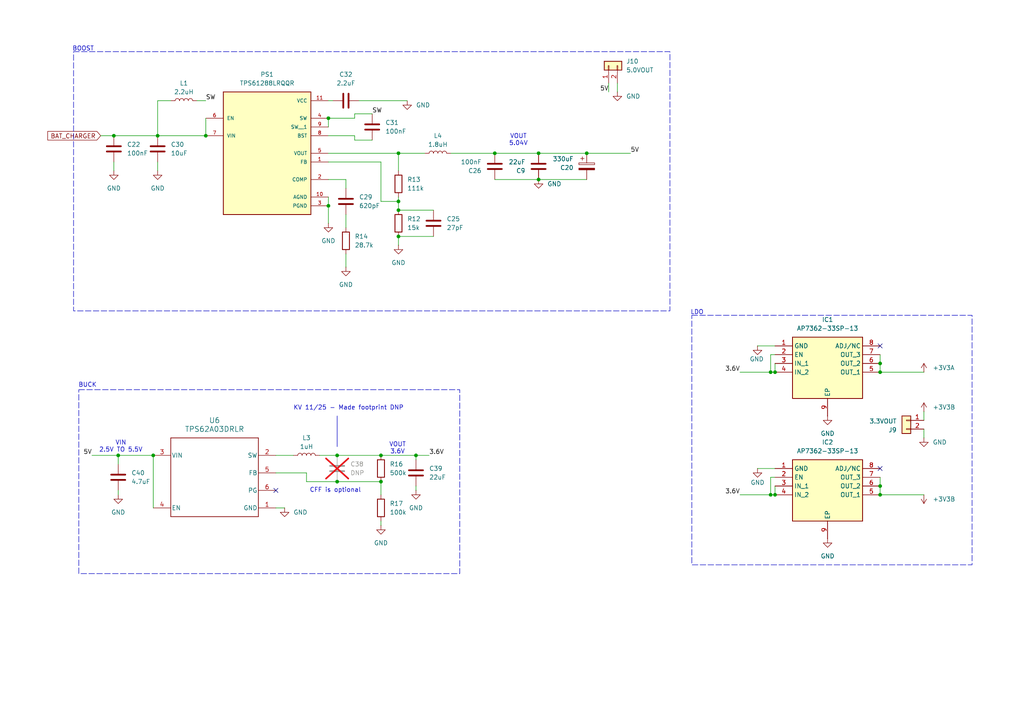
<source format=kicad_sch>
(kicad_sch (version 20250114) (generator "eeschema") (generator_version "9.0")
  (paper "A4")
  (lib_symbols
    (symbol "Connector_Generic:Conn_01x02" (pin_names (offset 1.016) (hide yes))
      (property "Reference" "J" (at 0 2.54 0))
      (property "Value" "Conn_01x02" (at 0 -5.08 0))
      (symbol "Conn_01x02_1_1"
        (rectangle (start -1.27 1.27) (end 1.27 -3.81) (stroke (width 0.254)) (fill (type background)))
        (rectangle (start -1.27 0.127) (end 0 -0.127) (stroke (width 0.1524)))
        (rectangle (start -1.27 -2.413) (end 0 -2.667) (stroke (width 0.1524)))
        (pin passive line (at -5.08 0 0) (length 3.81) (name "Pin_1") (number "1"))
        (pin passive line (at -5.08 -2.54 0) (length 3.81) (name "Pin_2") (number "2"))
      )
    )
    (symbol "Device:C" (pin_numbers (hide yes)) (pin_names (offset 0.254))
      (property "Reference" "C" (at 0.635 2.54 0))
      (property "Value" "C" (at 0.635 -2.54 0))
      (symbol "C_0_1"
        (polyline (pts (xy -2.032 0.762) (xy 2.032 0.762)) (stroke (width 0.508)))
        (polyline (pts (xy -2.032 -0.762) (xy 2.032 -0.762)) (stroke (width 0.508)))
      )
      (symbol "C_1_1"
        (pin passive line (at 0 3.81 270) (length 2.794) (name "~") (number "1"))
        (pin passive line (at 0 -3.81 90) (length 2.794) (name "~") (number "2"))
      )
    )
    (symbol "Device:C_Polarized" (pin_numbers (hide yes)) (pin_names (offset 0.254))
      (property "Reference" "C" (at 0.635 2.54 0))
      (property "Value" "C_Polarized" (at 0.635 -2.54 0))
      (symbol "C_Polarized_0_1"
        (rectangle (start -2.286 0.508) (end 2.286 1.016))
        (polyline (pts (xy -1.778 2.286) (xy -0.762 2.286)))
        (polyline (pts (xy -1.27 2.794) (xy -1.27 1.778)))
        (rectangle (start 2.286 -0.508) (end -2.286 -1.016) (fill (type outline)))
      )
      (symbol "C_Polarized_1_1"
        (pin passive line (at 0 3.81 270) (length 2.794) (name "~") (number "1"))
        (pin passive line (at 0 -3.81 90) (length 2.794) (name "~") (number "2"))
      )
    )
    (symbol "Device:L" (pin_numbers (hide yes)) (pin_names (offset 1.016) (hide yes))
      (property "Reference" "L" (at -1.27 0 90))
      (property "Value" "L" (at 1.905 0 90))
      (symbol "L_0_1"
        (arc (start 0 2.54) (mid 0.6323 1.905) (end 0 1.27))
        (arc (start 0 1.27) (mid 0.6323 0.635) (end 0 0))
        (arc (start 0 0) (mid 0.6323 -0.635) (end 0 -1.27))
        (arc (start 0 -1.27) (mid 0.6323 -1.905) (end 0 -2.54))
      )
      (symbol "L_1_1"
        (pin passive line (at 0 3.81 270) (length 1.27) (name "1") (number "1"))
        (pin passive line (at 0 -3.81 90) (length 1.27) (name "2") (number "2"))
      )
    )
    (symbol "Device:R" (pin_numbers (hide yes)) (pin_names (offset 0))
      (property "Reference" "R" (at 2.032 0 90))
      (property "Value" "R" (at 0 0 90))
      (symbol "R_0_1"
        (rectangle (start -1.016 -2.54) (end 1.016 2.54) (stroke (width 0.254)))
      )
      (symbol "R_1_1"
        (pin passive line (at 0 3.81 270) (length 1.27) (name "~") (number "1"))
        (pin passive line (at 0 -3.81 90) (length 1.27) (name "~") (number "2"))
      )
    )
    (symbol "SRAD-Avionics:AP7362-33SP-13"
      (property "Reference" "IC" (at 26.67 7.62 0))
      (property "Value" "AP7362-33SP-13" (at 26.67 5.08 0))
      (symbol "AP7362-33SP-13_1_1"
        (rectangle (start 5.08 2.54) (end 25.4 -15.24) (stroke (width 0.254)) (fill (type background)))
        (pin passive line (at 0 0 0) (length 5.08) (name "GND") (number "1"))
        (pin passive line (at 0 -2.54 0) (length 5.08) (name "EN") (number "2"))
        (pin passive line (at 0 -5.08 0) (length 5.08) (name "IN_1") (number "3"))
        (pin passive line (at 0 -7.62 0) (length 5.08) (name "IN_2") (number "4"))
        (pin passive line (at 15.24 -20.32 90) (length 5.08) (name "EP") (number "9"))
        (pin passive line (at 30.48 0 180) (length 5.08) (name "ADJ/NC") (number "8"))
        (pin passive line (at 30.48 -2.54 180) (length 5.08) (name "OUT_3") (number "7"))
        (pin passive line (at 30.48 -5.08 180) (length 5.08) (name "OUT_2") (number "6"))
        (pin passive line (at 30.48 -7.62 180) (length 5.08) (name "OUT_1") (number "5"))
      )
    )
    (symbol "SRAD-Avionics:TPS61288LRQQR" (pin_names (offset 1.016))
      (property "Reference" "PS" (at -12.7 18.288 0))
      (property "Value" "TPS61288LRQQR" (at -12.7 -20.32 0))
      (symbol "TPS61288LRQQR_0_0"
        (rectangle (start -12.7 -17.78) (end 12.7 17.78) (stroke (width 0.254)) (fill (type background)))
        (pin input line (at -17.78 10.16 0) (length 5.08) (name "EN") (number "6"))
        (pin input line (at -17.78 5.08 0) (length 5.08) (name "VIN") (number "7"))
        (pin power_in line (at 17.78 15.24 180) (length 5.08) (name "VCC") (number "11"))
        (pin output line (at 17.78 10.16 180) (length 5.08) (name "SW") (number "4"))
        (pin output line (at 17.78 7.62 180) (length 5.08) (name "SW__1") (number "9"))
        (pin output line (at 17.78 5.08 180) (length 5.08) (name "BST") (number "8"))
        (pin output line (at 17.78 0 180) (length 5.08) (name "VOUT") (number "5"))
        (pin input line (at 17.78 -2.54 180) (length 5.08) (name "FB") (number "1"))
        (pin output line (at 17.78 -7.62 180) (length 5.08) (name "COMP") (number "2"))
        (pin power_in line (at 17.78 -12.7 180) (length 5.08) (name "AGND") (number "10"))
        (pin power_in line (at 17.78 -15.24 180) (length 5.08) (name "PGND") (number "3"))
      )
    )
    (symbol "SRAD-Avionics:TPS62A03DRLR" (pin_names (offset 0.254))
      (property "Reference" "U" (at 0 2.54 0))
      (property "Value" "TPS62A03DRLR" (at 0 0 0))
      (symbol "TPS62A03DRLR_0_1"
        (polyline (pts (xy 5.08 5.08) (xy 5.08 -17.78)) (stroke (width 0.2032)))
        (polyline (pts (xy 5.08 -17.78) (xy 30.48 -17.78)) (stroke (width 0.2032)))
        (polyline (pts (xy 30.48 5.08) (xy 5.08 5.08)) (stroke (width 0.2032)))
        (polyline (pts (xy 30.48 -17.78) (xy 30.48 5.08)) (stroke (width 0.2032)))
        (pin power_in line (at 0 0 0) (length 5.08) (name "VIN") (number "3"))
        (pin input line (at 0 -15.24 0) (length 5.08) (name "EN") (number "4"))
        (pin unspecified line (at 35.56 0 180) (length 5.08) (name "SW") (number "2"))
        (pin unspecified line (at 35.56 -5.08 180) (length 5.08) (name "FB") (number "5"))
        (pin open_collector line (at 35.56 -10.16 180) (length 5.08) (name "PG") (number "6"))
        (pin power_in line (at 35.56 -15.24 180) (length 5.08) (name "GND") (number "1"))
      )
    )
    (symbol "power:+3V3" (power) (pin_numbers (hide yes)) (pin_names (offset 0) (hide yes))
      (property "Value" "+3V3" (at 0 3.556 0))
      (symbol "+3V3_0_1"
        (polyline (pts (xy -0.762 1.27) (xy 0 2.54)))
        (polyline (pts (xy 0 2.54) (xy 0.762 1.27)))
        (polyline (pts (xy 0 0) (xy 0 2.54)))
      )
      (symbol "+3V3_1_1"
        (pin power_in line (at 0 0 90) (length 0) (name "~") (number "1"))
      )
    )
    (symbol "power:GND" (power) (pin_numbers (hide yes)) (pin_names (offset 0) (hide yes))
      (property "Value" "GND" (at 0 -3.81 0))
      (symbol "GND_0_1"
        (polyline (pts (xy 0 0) (xy 0 -1.27) (xy 1.27 -1.27) (xy 0 -2.54) (xy -1.27 -1.27) (xy 0 -1.27)))
      )
      (symbol "GND_1_1"
        (pin power_in line (at 0 0 270) (length 0) (name "~") (number "1"))
      )
    )
  )
  (rectangle (start 22.86 113.03) (end 133.35 166.37) (stroke (width 0) (type dash)))
  (rectangle (start 97.79 120.65) (end 97.79 129.54))
  (rectangle (start 200.66 91.44) (end 281.94 163.83) (stroke (width 0) (type dash)))
  (rectangle (start 21.336 14.986) (end 194.31 90.17) (stroke (width 0) (type dash)))
  (text "VIN\n2.5V TO 5.5V" (at 35.052 129.54 0) (effects (font (size 1.27 1.27))))
  (text "BUCK" (at 25.4 111.76 0) (effects (font (size 1.27 1.27))))
  (text "VOUT\n3.6V" (at 115.316 130.048 0) (effects (font (size 1.27 1.27))))
  (text "CFF is optional" (at 97.282 142.24 0) (effects (font (size 1.27 1.27))))
  (text "VOUT\n5.04V" (at 150.368 40.64 0) (effects (font (size 1.27 1.27))))
  (text "BOOST" (at 24.13 14.224 0) (effects (font (size 1.27 1.27))))
  (text "LDO" (at 202.184 90.678 0) (effects (font (size 1.27 1.27))))
  (text "KV 11/25 - Made footprint DNP\n" (at 101.092 118.364 0) (effects (font (size 1.27 1.27))))
  (junction (at 143.51 44.45))
  (junction (at 224.79 143.51))
  (junction (at 110.49 139.7))
  (junction (at 115.57 68.58))
  (junction (at 110.49 132.08))
  (junction (at 115.57 58.42))
  (junction (at 223.52 107.95))
  (junction (at 97.79 139.7))
  (junction (at 156.21 44.45))
  (junction (at 95.25 34.29))
  (junction (at 223.52 143.51))
  (junction (at 44.45 132.08))
  (junction (at 255.27 107.95))
  (junction (at 95.25 59.69))
  (junction (at 45.72 39.37))
  (junction (at 170.18 44.45))
  (junction (at 34.29 132.08))
  (junction (at 156.21 52.07))
  (junction (at 255.27 140.97))
  (junction (at 120.65 132.08))
  (junction (at 255.27 143.51))
  (junction (at 97.79 132.08))
  (junction (at 115.57 60.96))
  (junction (at 224.79 107.95))
  (junction (at 59.69 39.37))
  (junction (at 33.02 39.37))
  (junction (at 115.57 44.45))
  (junction (at 255.27 105.41))
  (no_connect (at 255.27 135.89))
  (no_connect (at 255.27 100.33))
  (no_connect (at 80.01 142.24))
  (wire (pts (xy 110.49 58.42) (xy 115.57 58.42)))
  (wire (pts (xy 57.15 29.21) (xy 59.69 29.21)))
  (wire (pts (xy 45.72 29.21) (xy 49.53 29.21)))
  (wire (pts (xy 120.65 140.97) (xy 120.65 142.24)))
  (wire (pts (xy 110.49 139.7) (xy 110.49 143.51)))
  (wire (pts (xy 33.02 39.37) (xy 45.72 39.37)))
  (wire (pts (xy 26.67 132.08) (xy 34.29 132.08)))
  (wire (pts (xy 34.29 142.24) (xy 34.29 143.51)))
  (wire (pts (xy 97.79 132.08) (xy 92.71 132.08)))
  (wire (pts (xy 219.71 100.33) (xy 224.79 100.33)))
  (wire (pts (xy 224.79 138.43) (xy 223.52 138.43)))
  (wire (pts (xy 95.25 44.45) (xy 115.57 44.45)))
  (wire (pts (xy 115.57 44.45) (xy 115.57 49.53)))
  (wire (pts (xy 29.21 39.37) (xy 33.02 39.37)))
  (wire (pts (xy 255.27 138.43) (xy 255.27 140.97)))
  (wire (pts (xy 115.57 68.58) (xy 125.73 68.58)))
  (wire (pts (xy 102.87 33.02) (xy 107.95 33.02)))
  (wire (pts (xy 110.49 151.13) (xy 110.49 152.4)))
  (wire (pts (xy 100.33 52.07) (xy 100.33 54.61)))
  (wire (pts (xy 223.52 143.51) (xy 224.79 143.51)))
  (wire (pts (xy 110.49 132.08) (xy 120.65 132.08)))
  (wire (pts (xy 88.9 137.16) (xy 88.9 139.7)))
  (wire (pts (xy 214.63 143.51) (xy 223.52 143.51)))
  (wire (pts (xy 214.63 107.95) (xy 223.52 107.95)))
  (wire (pts (xy 44.45 132.08) (xy 44.45 147.32)))
  (wire (pts (xy 45.72 39.37) (xy 59.69 39.37)))
  (wire (pts (xy 179.07 24.13) (xy 179.07 26.67)))
  (wire (pts (xy 156.21 52.07) (xy 170.18 52.07)))
  (wire (pts (xy 115.57 60.96) (xy 125.73 60.96)))
  (wire (pts (xy 176.53 26.67) (xy 176.53 24.13)))
  (wire (pts (xy 223.52 102.87) (xy 223.52 107.95)))
  (wire (pts (xy 100.33 66.04) (xy 100.33 62.23)))
  (wire (pts (xy 115.57 68.58) (xy 115.57 71.12)))
  (wire (pts (xy 255.27 102.87) (xy 255.27 105.41)))
  (wire (pts (xy 255.27 105.41) (xy 255.27 107.95)))
  (wire (pts (xy 95.25 34.29) (xy 95.25 36.83)))
  (wire (pts (xy 34.29 132.08) (xy 34.29 134.62)))
  (wire (pts (xy 34.29 132.08) (xy 44.45 132.08)))
  (wire (pts (xy 97.79 132.08) (xy 110.49 132.08)))
  (wire (pts (xy 95.25 29.21) (xy 96.52 29.21)))
  (wire (pts (xy 95.25 46.99) (xy 110.49 46.99)))
  (wire (pts (xy 255.27 143.51) (xy 267.97 143.51)))
  (wire (pts (xy 80.01 147.32) (xy 82.55 147.32)))
  (wire (pts (xy 267.97 119.38) (xy 267.97 121.92)))
  (wire (pts (xy 120.65 133.35) (xy 120.65 132.08)))
  (wire (pts (xy 255.27 107.95) (xy 267.97 107.95)))
  (wire (pts (xy 170.18 44.45) (xy 182.88 44.45)))
  (wire (pts (xy 115.57 44.45) (xy 123.19 44.45)))
  (wire (pts (xy 102.87 39.37) (xy 102.87 40.64)))
  (wire (pts (xy 224.79 102.87) (xy 223.52 102.87)))
  (wire (pts (xy 120.65 132.08) (xy 124.46 132.08)))
  (wire (pts (xy 95.25 52.07) (xy 100.33 52.07)))
  (wire (pts (xy 80.01 132.08) (xy 85.09 132.08)))
  (wire (pts (xy 104.14 29.21) (xy 118.11 29.21)))
  (wire (pts (xy 95.25 34.29) (xy 102.87 34.29)))
  (wire (pts (xy 102.87 40.64) (xy 107.95 40.64)))
  (wire (pts (xy 95.25 57.15) (xy 95.25 59.69)))
  (wire (pts (xy 223.52 138.43) (xy 223.52 143.51)))
  (wire (pts (xy 224.79 105.41) (xy 224.79 107.95)))
  (wire (pts (xy 255.27 140.97) (xy 255.27 143.51)))
  (wire (pts (xy 219.71 135.89) (xy 224.79 135.89)))
  (wire (pts (xy 223.52 107.95) (xy 224.79 107.95)))
  (wire (pts (xy 115.57 58.42) (xy 115.57 60.96)))
  (wire (pts (xy 95.25 59.69) (xy 95.25 64.77)))
  (wire (pts (xy 267.97 124.46) (xy 267.97 127)))
  (wire (pts (xy 115.57 58.42) (xy 115.57 57.15)))
  (wire (pts (xy 100.33 73.66) (xy 100.33 77.47)))
  (wire (pts (xy 143.51 52.07) (xy 156.21 52.07)))
  (wire (pts (xy 59.69 34.29) (xy 59.69 39.37)))
  (wire (pts (xy 110.49 46.99) (xy 110.49 58.42)))
  (wire (pts (xy 45.72 29.21) (xy 45.72 39.37)))
  (wire (pts (xy 156.21 44.45) (xy 170.18 44.45)))
  (wire (pts (xy 33.02 46.99) (xy 33.02 49.53)))
  (wire (pts (xy 97.79 139.7) (xy 110.49 139.7)))
  (wire (pts (xy 88.9 139.7) (xy 97.79 139.7)))
  (wire (pts (xy 130.81 44.45) (xy 143.51 44.45)))
  (wire (pts (xy 80.01 137.16) (xy 88.9 137.16)))
  (wire (pts (xy 102.87 34.29) (xy 102.87 33.02)))
  (wire (pts (xy 95.25 39.37) (xy 102.87 39.37)))
  (wire (pts (xy 224.79 140.97) (xy 224.79 143.51)))
  (wire (pts (xy 143.51 44.45) (xy 156.21 44.45)))
  (wire (pts (xy 45.72 46.99) (xy 45.72 49.53)))
  (label "5V" (at 176.53 26.67 180))
  (label "SW" (at 107.95 33.02 0))
  (label "3.6V" (at 214.63 107.95 180))
  (label "3.6V" (at 214.63 143.51 180))
  (label "SW" (at 59.69 29.21 0))
  (label "5V" (at 182.88 44.45 0))
  (label "5V" (at 26.67 132.08 180))
  (label "3.6V" (at 124.46 132.08 0))
  (global_label "BAT_CHARGER" (shape input) (at 29.21 39.37 180) (property "Intersheetrefs" "${INTERSHEET_REFS}" (effects (hide yes))))
  (symbol (lib_id "power:GND") (at 219.71 100.33 0) (unit 1)
    (property "Reference" "#PWR054" (effects (hide yes)))
    (property "Value" "GND" (at 217.424 104.1399 0) (effects (justify left)))
    (property "Description" "Power symbol creates a global label with name \"GND\" , ground" (effects (hide yes)))
  )
  (symbol (lib_id "Device:C") (at 120.65 137.16 0) (unit 1)
    (property "Reference" "C39" (at 124.46 135.8899 0) (effects (justify left)))
    (property "Value" "22uF" (at 124.46 138.4299 0) (effects (justify left)))
    (property "Footprint" "Capacitor_SMD:C_0603_1608Metric_Pad1.08x0.95mm_HandSolder" (effects (hide yes)))
    (property "Description" "Unpolarized capacitor" (effects (hide yes)))
  )
  (symbol (lib_id "Device:R") (at 100.33 69.85 0) (unit 1)
    (property "Reference" "R14" (at 102.87 68.5799 0) (effects (justify left)))
    (property "Value" "28.7k" (at 102.87 71.1199 0) (effects (justify left)))
    (property "Footprint" "Resistor_SMD:R_0603_1608Metric_Pad0.98x0.95mm_HandSolder" (effects (hide yes)))
    (property "Description" "Resistor" (effects (hide yes)))
  )
  (symbol (lib_id "Device:L") (at 127 44.45 90) (unit 1)
    (property "Reference" "L4" (at 127 39.37 90))
    (property "Value" "1.8uH" (at 127 41.91 90))
    (property "Footprint" "Inductor_SMD:L_0805_2012Metric_Pad1.05x1.20mm_HandSolder" (effects (hide yes)))
    (property "Description" "Inductor" (effects (hide yes)))
  )
  (symbol (lib_id "Device:C") (at 100.33 29.21 90) (unit 1)
    (property "Reference" "C32" (at 100.33 21.59 90))
    (property "Value" "2.2uF" (at 100.33 24.13 90))
    (property "Footprint" "Capacitor_SMD:C_0603_1608Metric_Pad1.08x0.95mm_HandSolder" (effects (hide yes)))
    (property "Description" "Unpolarized capacitor" (effects (hide yes)))
  )
  (symbol (lib_id "power:GND") (at 95.25 64.77 0) (unit 1)
    (property "Reference" "#PWR059" (effects (hide yes)))
    (property "Value" "GND" (at 95.25 69.85 0))
    (property "Description" "Power symbol creates a global label with name \"GND\" , ground" (effects (hide yes)))
  )
  (symbol (lib_id "Device:C_Polarized") (at 170.18 48.26 0) (unit 1)
    (property "Reference" "C20" (at 166.37 48.6411 0) (effects (justify right)))
    (property "Value" "330uF" (at 166.37 46.1011 0) (effects (justify right)))
    (property "Footprint" "Capacitor_SMD:C_1210_3225Metric_Pad1.33x2.70mm_HandSolder" (effects (hide yes)))
    (property "Description" "Polarized capacitor" (effects (hide yes)))
  )
  (symbol (lib_id "SRAD-Avionics:AP7362-33SP-13") (at 224.79 135.89 0) (unit 1)
    (property "Reference" "IC2" (at 240.03 128.27 0))
    (property "Value" "AP7362-33SP-13" (at 240.03 130.81 0))
    (property "Footprint" "Package_SO:Diodes_SO-8EP" (effects (hide yes)))
    (property "Datasheet" "https://www.diodes.com//assets/Datasheets/AP7362.pdf" (effects (hide yes)))
    (property "Description" "LDO Voltage Regulators LDO CMOS HiCurr SO-8 1.5A LowQ Adj 190mV" (effects (hide yes)))
    (property "Height" "1.5" (effects (hide yes)))
    (property "Mouser Part Number" "621-AP7362-33SP-13" (effects (hide yes)))
    (property "Mouser Price/Stock" "https://www.mouser.co.uk/ProductDetail/Diodes-Incorporated/AP7362-33SP-13?qs=KKV7F4CK8NmzeNAjtGP7xA%3D%3D" (effects (hide yes)))
    (property "Manufacturer_Name" "Diodes Incorporated" (effects (hide yes)))
    (property "Manufacturer_Part_Number" "AP7362-33SP-13" (effects (hide yes)))
  )
  (symbol (lib_id "Device:C") (at 33.02 43.18 0) (unit 1)
    (property "Reference" "C22" (at 36.83 41.9099 0) (effects (justify left)))
    (property "Value" "100nF" (at 36.83 44.4499 0) (effects (justify left)))
    (property "Footprint" "Capacitor_SMD:C_0603_1608Metric_Pad1.08x0.95mm_HandSolder" (effects (hide yes)))
    (property "Description" "Unpolarized capacitor" (effects (hide yes)))
  )
  (symbol (lib_id "power:+3V3") (at 267.97 143.51 180) (unit 1)
    (property "Reference" "#PWR079" (effects (hide yes)))
    (property "Value" "+3V3B" (at 270.51 144.7799 0) (effects (justify right)))
    (property "Description" "Power symbol creates a global label with name \"+3V3\"" (effects (hide yes)))
  )
  (symbol (lib_id "power:GND") (at 179.07 26.67 0) (unit 1)
    (property "Reference" "#PWR082" (effects (hide yes)))
    (property "Value" "GND" (at 181.61 27.9399 0) (effects (justify left)))
    (property "Description" "Power symbol creates a global label with name \"GND\" , ground" (effects (hide yes)))
  )
  (symbol (lib_id "SRAD-Avionics:AP7362-33SP-13") (at 224.79 100.33 0) (unit 1)
    (property "Reference" "IC1" (at 240.03 92.71 0))
    (property "Value" "AP7362-33SP-13" (at 240.03 95.25 0))
    (property "Footprint" "Package_SO:Diodes_SO-8EP" (effects (hide yes)))
    (property "Datasheet" "https://www.diodes.com//assets/Datasheets/AP7362.pdf" (effects (hide yes)))
    (property "Description" "LDO Voltage Regulators LDO CMOS HiCurr SO-8 1.5A LowQ Adj 190mV" (effects (hide yes)))
    (property "Height" "1.5" (effects (hide yes)))
    (property "Mouser Part Number" "621-AP7362-33SP-13" (effects (hide yes)))
    (property "Mouser Price/Stock" "https://www.mouser.co.uk/ProductDetail/Diodes-Incorporated/AP7362-33SP-13?qs=KKV7F4CK8NmzeNAjtGP7xA%3D%3D" (effects (hide yes)))
    (property "Manufacturer_Name" "Diodes Incorporated" (effects (hide yes)))
    (property "Manufacturer_Part_Number" "AP7362-33SP-13" (effects (hide yes)))
  )
  (symbol (lib_id "Device:R") (at 110.49 135.89 0) (unit 1)
    (property "Reference" "R16" (at 113.03 134.6199 0) (effects (justify left)))
    (property "Value" "500k" (at 113.03 137.1599 0) (effects (justify left)))
    (property "Footprint" "Resistor_SMD:R_0603_1608Metric_Pad0.98x0.95mm_HandSolder" (effects (hide yes)))
    (property "Description" "Resistor" (effects (hide yes)))
  )
  (symbol (lib_id "power:GND") (at 240.03 120.65 0) (unit 1)
    (property "Reference" "#PWR055" (effects (hide yes)))
    (property "Value" "GND" (at 240.03 125.73 0))
    (property "Description" "Power symbol creates a global label with name \"GND\" , ground" (effects (hide yes)))
  )
  (symbol (lib_id "power:GND") (at 219.71 135.89 0) (unit 1)
    (property "Reference" "#PWR056" (effects (hide yes)))
    (property "Value" "GND" (at 217.678 139.9539 0) (effects (justify left)))
    (property "Description" "Power symbol creates a global label with name \"GND\" , ground" (effects (hide yes)))
  )
  (symbol (lib_id "Device:R") (at 115.57 53.34 0) (unit 1)
    (property "Reference" "R13" (at 118.11 52.0699 0) (effects (justify left)))
    (property "Value" "111k" (at 118.11 54.6099 0) (effects (justify left)))
    (property "Footprint" "Resistor_SMD:R_0603_1608Metric_Pad0.98x0.95mm_HandSolder" (effects (hide yes)))
    (property "Description" "Resistor" (effects (hide yes)))
  )
  (symbol (lib_id "Device:C") (at 97.79 135.89 0) (unit 1) (dnp yes)
    (property "Reference" "C38" (at 101.6 134.6199 0) (effects (justify left)))
    (property "Value" "DNP" (at 101.6 137.1599 0) (effects (justify left)))
    (property "Description" "Unpolarized capacitor" (effects (hide yes)))
  )
  (symbol (lib_id "Device:C") (at 156.21 48.26 180) (unit 1)
    (property "Reference" "C9" (at 152.4 49.5301 0) (effects (justify left)))
    (property "Value" "22uF" (at 152.4 46.9901 0) (effects (justify left)))
    (property "Footprint" "Capacitor_SMD:C_0603_1608Metric_Pad1.08x0.95mm_HandSolder" (effects (hide yes)))
    (property "Description" "Unpolarized capacitor" (effects (hide yes)))
  )
  (symbol (lib_id "power:GND") (at 45.72 49.53 0) (unit 1)
    (property "Reference" "#PWR060" (effects (hide yes)))
    (property "Value" "GND" (at 45.72 54.61 0))
    (property "Description" "Power symbol creates a global label with name \"GND\" , ground" (effects (hide yes)))
  )
  (symbol (lib_id "Device:R") (at 115.57 64.77 0) (unit 1)
    (property "Reference" "R12" (at 118.11 63.4999 0) (effects (justify left)))
    (property "Value" "15k" (at 118.11 66.0399 0) (effects (justify left)))
    (property "Footprint" "Resistor_SMD:R_0603_1608Metric_Pad0.98x0.95mm_HandSolder" (effects (hide yes)))
    (property "Description" "Resistor" (effects (hide yes)))
  )
  (symbol (lib_id "Connector_Generic:Conn_01x02") (at 262.89 121.92 0) (mirror y) (unit 1)
    (property "Reference" "J9" (at 260.0959 124.714 0) (effects (justify left)))
    (property "Value" "3.3VOUT" (at 260.0959 122.174 0) (effects (justify left)))
    (property "Footprint" "Connector_JST:JST_XH_B2B-XH-A_1x02_P2.50mm_Vertical" (effects (hide yes)))
    (property "Description" "Generic connector, single row, 01x02, script generated (kicad-library-utils/schlib/autogen/connector/)" (effects (hide yes)))
  )
  (symbol (lib_id "Device:L") (at 53.34 29.21 90) (unit 1)
    (property "Reference" "L1" (at 53.34 24.13 90))
    (property "Value" "2.2uH" (at 53.34 26.67 90))
    (property "Footprint" "Inductor_SMD:L_0805_2012Metric_Pad1.05x1.20mm_HandSolder" (effects (hide yes)))
    (property "Description" "Inductor" (effects (hide yes)))
  )
  (symbol (lib_id "power:GND") (at 115.57 71.12 0) (unit 1)
    (property "Reference" "#PWR057" (effects (hide yes)))
    (property "Value" "GND" (at 115.57 76.2 0))
    (property "Description" "Power symbol creates a global label with name \"GND\" , ground" (effects (hide yes)))
  )
  (symbol (lib_id "power:GND") (at 110.49 152.4 0) (unit 1)
    (property "Reference" "#PWR09" (effects (hide yes)))
    (property "Value" "GND" (at 110.49 157.48 0))
    (property "Description" "Power symbol creates a global label with name \"GND\" , ground" (effects (hide yes)))
  )
  (symbol (lib_id "Device:C") (at 125.73 64.77 0) (unit 1)
    (property "Reference" "C25" (at 129.54 63.4999 0) (effects (justify left)))
    (property "Value" "27pF" (at 129.54 66.0399 0) (effects (justify left)))
    (property "Footprint" "Capacitor_SMD:C_0603_1608Metric_Pad1.08x0.95mm_HandSolder" (effects (hide yes)))
    (property "Description" "Unpolarized capacitor" (effects (hide yes)))
  )
  (symbol (lib_id "SRAD-Avionics:TPS61288LRQQR") (at 77.47 44.45 0) (unit 1)
    (property "Reference" "PS1" (at 77.47 21.59 0))
    (property "Value" "TPS61288LRQQR" (at 77.47 24.13 0))
    (property "Footprint" "Package_DFN_QFN:Texas_VQFN-HR-20_3x2.5mm_P0.5mm_RQQ0011A" (effects (hide yes)))
    (property "PARTREV" "C" (effects (hide yes)))
    (property "STANDARD" "Manufacturer Recommendations" (effects (hide yes)))
    (property "SNAPEDA_PACKAGE_ID" "121210" (effects (hide yes)))
    (property "MAXIMUM_PACKAGE_HEIGHT" "1 mm" (effects (hide yes)))
    (property "MANUFACTURER" "Texas Instruments" (effects (hide yes)))
  )
  (symbol (lib_id "Device:L") (at 88.9 132.08 90) (unit 1)
    (property "Reference" "L3" (at 88.9 127 90))
    (property "Value" "1uH" (at 88.9 129.54 90))
    (property "Footprint" "Inductor_SMD:L_0805_2012Metric_Pad1.05x1.20mm_HandSolder" (effects (hide yes)))
    (property "Description" "Inductor" (effects (hide yes)))
  )
  (symbol (lib_id "Device:C") (at 34.29 138.43 0) (unit 1)
    (property "Reference" "C40" (at 38.1 137.1599 0) (effects (justify left)))
    (property "Value" "4.7uF" (at 38.1 139.6999 0) (effects (justify left)))
    (property "Footprint" "Capacitor_SMD:C_0603_1608Metric_Pad1.08x0.95mm_HandSolder" (effects (hide yes)))
    (property "Description" "Unpolarized capacitor" (effects (hide yes)))
  )
  (symbol (lib_id "power:GND") (at 82.55 147.32 0) (unit 1)
    (property "Reference" "#PWR072" (effects (hide yes)))
    (property "Value" "GND" (at 85.09 148.5899 0) (effects (justify left)))
    (property "Description" "Power symbol creates a global label with name \"GND\" , ground" (effects (hide yes)))
  )
  (symbol (lib_id "Device:R") (at 110.49 147.32 0) (unit 1)
    (property "Reference" "R17" (at 113.03 146.0499 0) (effects (justify left)))
    (property "Value" "100k" (at 113.03 148.5899 0) (effects (justify left)))
    (property "Footprint" "Resistor_SMD:R_0603_1608Metric_Pad0.98x0.95mm_HandSolder" (effects (hide yes)))
    (property "Description" "Resistor" (effects (hide yes)))
  )
  (symbol (lib_id "Device:C") (at 45.72 43.18 0) (unit 1)
    (property "Reference" "C30" (at 49.53 41.9099 0) (effects (justify left)))
    (property "Value" "10uF" (at 49.53 44.4499 0) (effects (justify left)))
    (property "Footprint" "Capacitor_SMD:C_0603_1608Metric_Pad1.08x0.95mm_HandSolder" (effects (hide yes)))
    (property "Description" "Unpolarized capacitor" (effects (hide yes)))
  )
  (symbol (lib_id "Device:C") (at 143.51 48.26 180) (unit 1)
    (property "Reference" "C26" (at 139.7 49.5301 0) (effects (justify left)))
    (property "Value" "100nF" (at 139.7 46.9901 0) (effects (justify left)))
    (property "Footprint" "Capacitor_SMD:C_0603_1608Metric_Pad1.08x0.95mm_HandSolder" (effects (hide yes)))
    (property "Description" "Unpolarized capacitor" (effects (hide yes)))
  )
  (symbol (lib_id "power:GND") (at 267.97 127 0) (unit 1)
    (property "Reference" "#PWR081" (effects (hide yes)))
    (property "Value" "GND" (at 270.51 128.2699 0) (effects (justify left)))
    (property "Description" "Power symbol creates a global label with name \"GND\" , ground" (effects (hide yes)))
  )
  (symbol (lib_id "power:GND") (at 240.03 156.21 0) (unit 1)
    (property "Reference" "#PWR078" (effects (hide yes)))
    (property "Value" "GND" (at 240.03 161.29 0))
    (property "Description" "Power symbol creates a global label with name \"GND\" , ground" (effects (hide yes)))
  )
  (symbol (lib_id "power:GND") (at 120.65 142.24 0) (unit 1)
    (property "Reference" "#PWR074" (effects (hide yes)))
    (property "Value" "GND" (at 120.65 147.32 0))
    (property "Description" "Power symbol creates a global label with name \"GND\" , ground" (effects (hide yes)))
  )
  (symbol (lib_id "power:+3V3") (at 267.97 119.38 0) (unit 1)
    (property "Reference" "#PWR080" (effects (hide yes)))
    (property "Value" "+3V3B" (at 270.51 118.1099 0) (effects (justify left)))
    (property "Description" "Power symbol creates a global label with name \"+3V3\"" (effects (hide yes)))
  )
  (symbol (lib_id "power:GND") (at 156.21 52.07 0) (unit 1)
    (property "Reference" "#PWR062" (effects (hide yes)))
    (property "Value" "GND" (at 158.75 53.3399 0) (effects (justify left)))
    (property "Description" "Power symbol creates a global label with name \"GND\" , ground" (effects (hide yes)))
  )
  (symbol (lib_id "Device:C") (at 100.33 58.42 0) (unit 1)
    (property "Reference" "C29" (at 104.14 57.1499 0) (effects (justify left)))
    (property "Value" "620pF" (at 104.14 59.6899 0) (effects (justify left)))
    (property "Footprint" "Capacitor_SMD:C_0603_1608Metric_Pad1.08x0.95mm_HandSolder" (effects (hide yes)))
    (property "Description" "Unpolarized capacitor" (effects (hide yes)))
  )
  (symbol (lib_id "Device:C") (at 107.95 36.83 0) (unit 1)
    (property "Reference" "C31" (at 111.76 35.5599 0) (effects (justify left)))
    (property "Value" "100nF" (at 111.76 38.0999 0) (effects (justify left)))
    (property "Footprint" "Capacitor_SMD:C_0603_1608Metric_Pad1.08x0.95mm_HandSolder" (effects (hide yes)))
    (property "Description" "Unpolarized capacitor" (effects (hide yes)))
  )
  (symbol (lib_id "power:GND") (at 33.02 49.53 0) (unit 1)
    (property "Reference" "#PWR0100" (effects (hide yes)))
    (property "Value" "GND" (at 33.02 54.61 0))
    (property "Description" "Power symbol creates a global label with name \"GND\" , ground" (effects (hide yes)))
  )
  (symbol (lib_id "SRAD-Avionics:TPS62A03DRLR") (at 44.45 132.08 0) (unit 1)
    (property "Reference" "U6" (at 62.23 121.92 0) (effects (font (size 1.524 1.524))))
    (property "Value" "TPS62A03DRLR" (at 62.23 124.46 0) (effects (font (size 1.524 1.524))))
    (property "Footprint" "Package_TO_SOT_SMD:SOT-563" (effects (hide yes)))
    (property "Datasheet" "https://www.ti.com/lit/gpn/tps62a03" (effects (hide yes)))
  )
  (symbol (lib_id "power:GND") (at 118.11 29.21 0) (unit 1)
    (property "Reference" "#PWR061" (effects (hide yes)))
    (property "Value" "GND" (at 120.65 30.4799 0) (effects (justify left)))
    (property "Description" "Power symbol creates a global label with name \"GND\" , ground" (effects (hide yes)))
  )
  (symbol (lib_id "power:+3V3") (at 267.97 107.95 0) (unit 1)
    (property "Reference" "#PWR075" (effects (hide yes)))
    (property "Value" "+3V3A" (at 270.51 106.6799 0) (effects (justify left)))
    (property "Description" "Power symbol creates a global label with name \"+3V3\"" (effects (hide yes)))
  )
  (symbol (lib_id "Connector_Generic:Conn_01x02") (at 176.53 19.05 90) (unit 1)
    (property "Reference" "J10" (at 181.61 17.7799 90) (effects (justify right)))
    (property "Value" "5.0VOUT" (at 181.61 20.3199 90) (effects (justify right)))
    (property "Footprint" "Connector_JST:JST_XH_B2B-XH-A_1x02_P2.50mm_Vertical" (effects (hide yes)))
    (property "Description" "Generic connector, single row, 01x02, script generated (kicad-library-utils/schlib/autogen/connector/)" (effects (hide yes)))
  )
  (symbol (lib_id "power:GND") (at 34.29 143.51 0) (unit 1)
    (property "Reference" "#PWR073" (effects (hide yes)))
    (property "Value" "GND" (at 34.29 148.59 0))
    (property "Description" "Power symbol creates a global label with name \"GND\" , ground" (effects (hide yes)))
  )
  (symbol (lib_id "power:GND") (at 100.33 77.47 0) (unit 1)
    (property "Reference" "#PWR058" (effects (hide yes)))
    (property "Value" "GND" (at 100.33 82.55 0))
    (property "Description" "Power symbol creates a global label with name \"GND\" , ground" (effects (hide yes)))
  )
)
</source>
